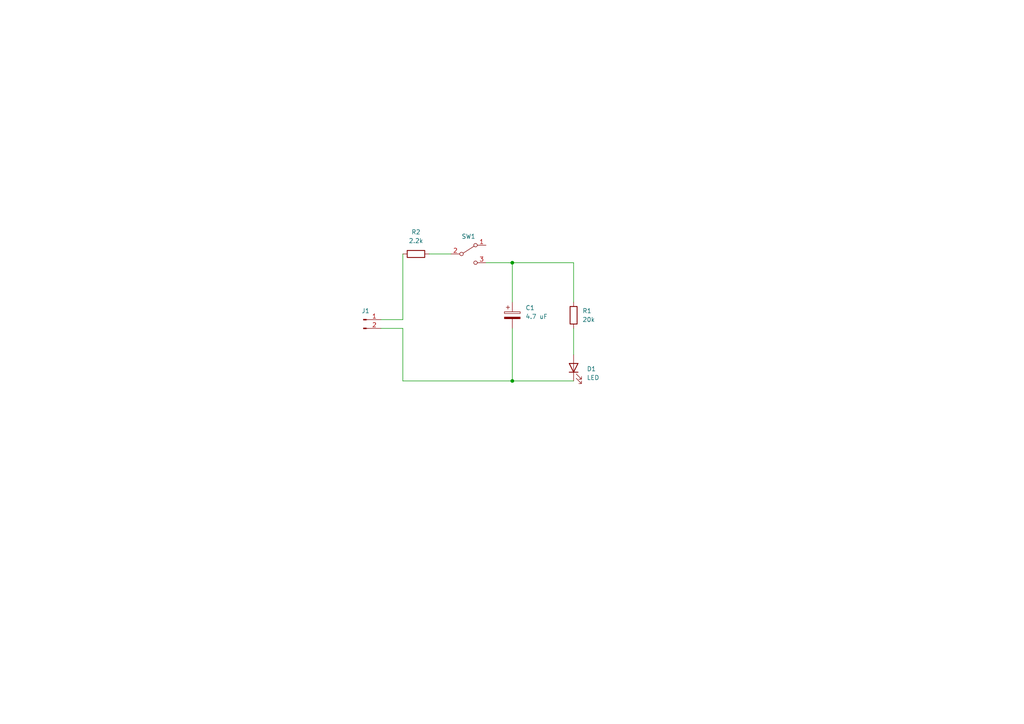
<source format=kicad_sch>
(kicad_sch (version 20211123) (generator eeschema)
  (paper "A4")
  (title_block (title "Lab 4 Exercise 1 ") (date "1/27/2023"))
  (lib_symbols
    (symbol "Connector:Conn_01x02_Male" (pin_names (offset 1.016) hide)
      (property "Reference" "J" (at 0 2.54 0))
      (property "Value" "Conn_01x02_Male" (at 0 -5.08 0))
      (symbol "Conn_01x02_Male_1_1"
        (polyline (pts (xy 1.27 -2.54) (xy 0.8636 -2.54)) (stroke (width 0.1524)))
        (polyline (pts (xy 1.27 0) (xy 0.8636 0)) (stroke (width 0.1524)))
        (rectangle (start 0.8636 -2.413) (end 0 -2.667) (stroke (width 0.1524)) (fill (type outline)))
        (rectangle (start 0.8636 0.127) (end 0 -0.127) (stroke (width 0.1524)) (fill (type outline)))
        (pin passive line (at 5.08 0 180) (length 3.81) (name "Pin_1") (number "1"))
        (pin passive line (at 5.08 -2.54 180) (length 3.81) (name "Pin_2") (number "2"))
      )
    )
    (symbol "Device:C_Polarized" (pin_numbers hide) (pin_names (offset 0.254))
      (property "Reference" "C" (at 0.635 2.54 0))
      (property "Value" "C_Polarized" (at 0.635 -2.54 0))
      (symbol "C_Polarized_0_1"
        (rectangle (start -2.286 0.508) (end 2.286 1.016))
        (polyline (pts (xy -1.778 2.286) (xy -0.762 2.286)))
        (polyline (pts (xy -1.27 2.794) (xy -1.27 1.778)))
        (rectangle (start 2.286 -0.508) (end -2.286 -1.016) (fill (type outline)))
      )
      (symbol "C_Polarized_1_1"
        (pin passive line (at 0 3.81 270) (length 2.794) (name "~") (number "1"))
        (pin passive line (at 0 -3.81 90) (length 2.794) (name "~") (number "2"))
      )
    )
    (symbol "Device:LED" (pin_numbers hide) (pin_names (offset 1.016) hide)
      (property "Reference" "D" (at 0 2.54 0))
      (property "Value" "LED" (at 0 -2.54 0))
      (symbol "LED_0_1"
        (polyline (pts (xy -1.27 -1.27) (xy -1.27 1.27)) (stroke (width 0.254)))
        (polyline (pts (xy -1.27 0) (xy 1.27 0)))
        (polyline (pts (xy 1.27 -1.27) (xy 1.27 1.27) (xy -1.27 0) (xy 1.27 -1.27)) (stroke (width 0.254)))
        (polyline (pts (xy -3.048 -0.762) (xy -4.572 -2.286) (xy -3.81 -2.286) (xy -4.572 -2.286) (xy -4.572 -1.524)))
        (polyline (pts (xy -1.778 -0.762) (xy -3.302 -2.286) (xy -2.54 -2.286) (xy -3.302 -2.286) (xy -3.302 -1.524)))
      )
      (symbol "LED_1_1"
        (pin passive line (at -3.81 0 0) (length 2.54) (name "K") (number "1"))
        (pin passive line (at 3.81 0 180) (length 2.54) (name "A") (number "2"))
      )
    )
    (symbol "Device:R" (pin_numbers hide) (pin_names (offset 0))
      (property "Reference" "R" (at 2.032 0 90))
      (property "Value" "R" (at 0 0 90))
      (symbol "R_0_1"
        (rectangle (start -1.016 -2.54) (end 1.016 2.54) (stroke (width 0.254)))
      )
      (symbol "R_1_1"
        (pin passive line (at 0 3.81 270) (length 1.27) (name "~") (number "1"))
        (pin passive line (at 0 -3.81 90) (length 1.27) (name "~") (number "2"))
      )
    )
    (symbol "Switch:SW_SPDT" (pin_names (offset 0) hide)
      (property "Reference" "SW" (at 0 4.318 0))
      (property "Value" "SW_SPDT" (at 0 -5.08 0))
      (symbol "SW_SPDT_0_0"
        (circle (center -2.032 0) (radius 0.508))
        (circle (center 2.032 -2.54) (radius 0.508))
      )
      (symbol "SW_SPDT_0_1"
        (polyline (pts (xy -1.524 0.254) (xy 1.651 2.286)))
        (circle (center 2.032 2.54) (radius 0.508))
      )
      (symbol "SW_SPDT_1_1"
        (pin passive line (at 5.08 2.54 180) (length 2.54) (name "A") (number "1"))
        (pin passive line (at -5.08 0 0) (length 2.54) (name "B") (number "2"))
        (pin passive line (at 5.08 -2.54 180) (length 2.54) (name "C") (number "3"))
      )
    )
  )
  (junction (at 148.59 110.49))
  (junction (at 148.59 76.2))
  (wire (pts (xy 148.59 76.2) (xy 166.37 76.2)))
  (wire (pts (xy 148.59 76.2) (xy 148.59 87.63)))
  (wire (pts (xy 140.97 76.2) (xy 148.59 76.2)))
  (wire (pts (xy 124.46 73.66) (xy 130.81 73.66)))
  (wire (pts (xy 110.49 92.71) (xy 116.84 92.71)))
  (wire (pts (xy 148.59 110.49) (xy 148.59 95.25)))
  (wire (pts (xy 116.84 92.71) (xy 116.84 73.66)))
  (wire (pts (xy 110.49 95.25) (xy 116.84 95.25)))
  (wire (pts (xy 166.37 95.25) (xy 166.37 102.87)))
  (wire (pts (xy 166.37 110.49) (xy 148.59 110.49)))
  (wire (pts (xy 116.84 110.49) (xy 148.59 110.49)))
  (wire (pts (xy 116.84 95.25) (xy 116.84 110.49)))
  (wire (pts (xy 166.37 76.2) (xy 166.37 87.63)))
  (symbol (lib_id "Device:LED") (at 166.37 106.68 90) (unit 1)
    (property "Reference" "D1" (at 170.18 106.9974 90) (effects (justify right)))
    (property "Value" "LED" (at 170.18 109.5374 90) (effects (justify right)))
    (property "Footprint" "LED_THT:LED_D5.0mm" (effects hide))
  )
  (symbol (lib_id "Switch:SW_SPDT") (at 135.89 73.66 0) (unit 1)
    (property "Reference" "SW1" (at 135.89 68.58 0))
    (property "Value" "SW_SPDT" (effects hide))
    (property "Footprint" "Button_Switch_THT:SW_E-Switch_EG1224_SPDT_Angled" (effects hide))
  )
  (symbol (lib_id "Connector:Conn_01x02_Male") (at 105.41 92.71 0) (unit 1)
    (property "Reference" "J1" (at 106.045 90.17 0))
    (property "Value" "Conn_01x02_Male" (effects hide))
    (property "Footprint" "Connector_JST:JST_PH_B2B-PH-K_1x02_P2.00mm_Vertical" (effects hide))
  )
  (symbol (lib_id "Device:R") (at 166.37 91.44 180) (unit 1)
    (property "Reference" "R1" (at 168.91 90.1699 0) (effects (justify right)))
    (property "Value" "20k" (at 168.91 92.7099 0) (effects (justify right)))
    (property "Footprint" "Resistor_THT:R_Axial_DIN0516_L15.5mm_D5.0mm_P20.32mm_Horizontal" (effects hide))
  )
  (symbol (lib_id "Device:R") (at 120.65 73.66 90) (unit 1)
    (property "Reference" "R2" (at 120.65 67.31 90))
    (property "Value" "2.2k" (at 120.65 69.85 90))
    (property "Footprint" "Resistor_THT:R_Axial_DIN0516_L15.5mm_D5.0mm_P20.32mm_Horizontal" (effects hide))
  )
  (symbol (lib_id "Device:C_Polarized") (at 148.59 91.44 0) (unit 1)
    (property "Reference" "C1" (at 152.4 89.2809 0) (effects (justify left)))
    (property "Value" "4.7 uF" (at 152.4 91.8209 0) (effects (justify left)))
    (property "Footprint" "Capacitor_THT:C_Radial_D5.0mm_H5.0mm_P2.00mm" (effects hide))
  )
)
</source>
